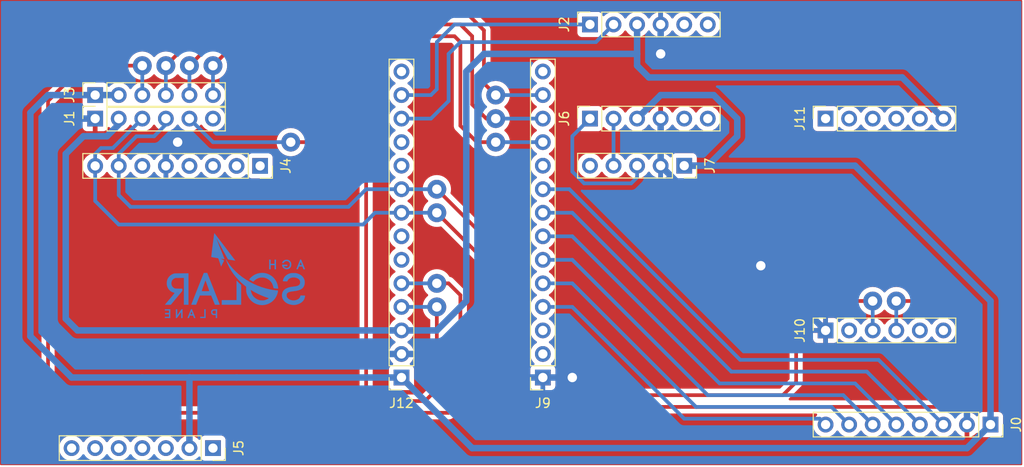
<source format=kicad_pcb>
(kicad_pcb (version 20211014) (generator pcbnew)
  (layers (0 "F.Cu" signal) (31 "B.Cu" signal) (34 "B.Paste" user) (35 "F.Paste" user) (36 "B.SilkS" user "B.Silkscreen") (37 "F.SilkS" user "F.Silkscreen") (38 "B.Mask" user) (39 "F.Mask" user) (44 "Edge.Cuts" user))
  (net 0 "")
  (net 17 "/5V")
  (net 18 "/GND")
  (net 19 "/P7")
  (net 20 "/P6")
  (net 21 "/P5")
  (net 22 "/P4")
  (net 23 "/P3")
  (net 24 "/P2")
  (net 25 "/P14")
  (net 26 "/P15")
  (net 27 "/3V3")
  (net 28 "/SDA")
  (net 29 "/SCL")
  (net 30 "/CON1")
  (net 31 "/CON2")
  (net 37 "/P8")
  (net 50 "/P9")
  (net 51 "/P10")
  (net 52 "/P11")
  (net 53 "/P23")
  (net 54 "/P22")
  (footprint "Connector_PinSocket_2.54mm:PinSocket_1x06_P2.54mm_Vertical" (layer "F.Cu") (at 63.5 2.54 90)
    (fp_text reference "J2")
    (fp_text value "CONV1")
  )
  (footprint "Connector_PinSocket_2.54mm:PinSocket_1x14_P2.54mm_Vertical" (layer "F.Cu") (at 58.42 40.64 180)
    (fp_text reference "J9")
    (fp_text value "TEENSY1")
  )
  (footprint "Connector_PinSocket_2.54mm:PinSocket_1x06_P2.54mm_Vertical" (layer "F.Cu") (at 88.9 12.7 90)
    (fp_text reference "J11")
    (fp_text value "IMU2")
  )
  (footprint "Connector_PinSocket_2.54mm:PinSocket_1x14_P2.54mm_Vertical" (layer "F.Cu") (at 43.18 40.64 180)
    (fp_text reference "J12")
    (fp_text value "TEENSY2")
  )
  (footprint "Connector_PinSocket_2.54mm:PinSocket_1x06_P2.54mm_Vertical" (layer "F.Cu") (at 10.16 12.7 90)
    (fp_text reference "J1")
    (fp_text value "OUT1")
  )
  (footprint "Connector_PinSocket_2.54mm:PinSocket_1x08_P2.54mm_Vertical" (layer "F.Cu") (at 106.68 45.72 -90)
    (fp_text reference "J0")
    (fp_text value "RC")
  )
  (footprint "Connector_PinSocket_2.54mm:PinSocket_1x05_P2.54mm_Vertical" (layer "F.Cu") (at 73.66 17.78 -90)
    (fp_text reference "J7")
    (fp_text value "HC12")
  )
  (footprint "Connector_PinSocket_2.54mm:PinSocket_1x06_P2.54mm_Vertical" (layer "F.Cu") (at 10.16 10.16 90)
    (fp_text reference "J3")
    (fp_text value "OUT2")
  )
  (footprint "Connector_PinSocket_2.54mm:PinSocket_1x07_P2.54mm_Vertical" (layer "F.Cu") (at 22.86 48.26 -90)
    (fp_text reference "J5")
    (fp_text value "GPS2")
  )
  (footprint "Connector_PinSocket_2.54mm:PinSocket_1x08_P2.54mm_Vertical" (layer "F.Cu") (at 27.94 17.805 -90)
    (fp_text reference "J4")
    (fp_text value "GPS1")
  )
  (footprint "Connector_PinSocket_2.54mm:PinSocket_1x06_P2.54mm_Vertical" (layer "F.Cu") (at 88.9 35.56 90)
    (fp_text reference "J10")
    (fp_text value "IMU1")
  )
  (footprint "Connector_PinSocket_2.54mm:PinSocket_1x06_P2.54mm_Vertical" (layer "F.Cu") (at 63.5 12.7 90)
    (fp_text reference "J6")
    (fp_text value "CONV2")
  )
  (footprint "Logo:LogoSolar_15x9" (layer "F.Cu") (at 25.146 29.718)
    (fp_text reference "Ge" hide)
    (fp_text value "LOGO" hide)
  )
  (gr_rect (start 0 0) (end 110 50) (layer "F.Cu") (width 0.2) (fill none))
  (gr_text "JAN KOSTECKI" (at 9.398 2.794) (layer "F.Cu") (effects (font (size 1.5 1.5) (thickness 0.3))))
  (gr_text "DODO" (at 102.362 3.81) (layer "F.Cu") (effects (font (size 3 3) (thickness 0.5))))
  (segment (start 106.68 45.72) (end 104.14 48.26) (width 0.7) (layer "B.Cu") (net 17))
  (segment (start 68.58 12.7) (end 71.12 10.16) (width 0.7) (layer "B.Cu") (net 17))
  (segment (start 79.375 14.605) (end 76.2 17.78) (width 0.7) (layer "B.Cu") (net 17))
  (segment (start 79.375 12.7) (end 79.375 14.605) (width 0.7) (layer "B.Cu") (net 17))
  (segment (start 71.12 10.16) (end 76.835 10.16) (width 0.7) (layer "B.Cu") (net 17))
  (segment (start 15.24 40.64) (end 20.32 40.64) (width 0.7) (layer "B.Cu") (net 17))
  (segment (start 20.32 48.26) (end 20.32 40.64) (width 0.7) (layer "B.Cu") (net 17))
  (segment (start 73.66 17.78) (end 92.075 17.78) (width 0.7) (layer "B.Cu") (net 17))
  (segment (start 50.8 48.26) (end 43.18 40.64) (width 0.7) (layer "B.Cu") (net 17))
  (segment (start 92.075 17.78) (end 106.68 32.385) (width 0.7) (layer "B.Cu") (net 17))
  (segment (start 5.08 10.16) (end 3.175 12.065) (width 0.7) (layer "B.Cu") (net 17))
  (segment (start 10.16 10.16) (end 12.7 10.16) (width 0.7) (layer "B.Cu") (net 17))
  (segment (start 7.62 40.64) (end 15.24 40.64) (width 0.7) (layer "B.Cu") (net 17))
  (segment (start 104.14 48.26) (end 50.8 48.26) (width 0.7) (layer "B.Cu") (net 17))
  (segment (start 25.4 40.64) (end 43.18 40.64) (width 0.7) (layer "B.Cu") (net 17))
  (segment (start 106.68 32.385) (end 106.68 45.72) (width 0.7) (layer "B.Cu") (net 17))
  (segment (start 20.32 40.64) (end 25.4 40.64) (width 0.7) (layer "B.Cu") (net 17))
  (segment (start 3.175 12.065) (end 3.175 36.195) (width 0.7) (layer "B.Cu") (net 17))
  (segment (start 3.175 36.195) (end 7.62 40.64) (width 0.7) (layer "B.Cu") (net 17))
  (segment (start 76.835 10.16) (end 79.375 12.7) (width 0.7) (layer "B.Cu") (net 17))
  (segment (start 10.16 10.16) (end 5.08 10.16) (width 0.7) (layer "B.Cu") (net 17))
  (segment (start 76.2 17.78) (end 73.66 17.78) (width 0.7) (layer "B.Cu") (net 17))
  (segment (start 81.915 38.1) (end 79.375 40.64) (width 0.7) (layer "F.Cu") (net 18))
  (segment (start 81.915 8.255) (end 81.915 38.1) (width 0.7) (layer "F.Cu") (net 18))
  (segment (start 46.355 5.715) (end 47.625 6.985) (width 0.7) (layer "F.Cu") (net 18))
  (segment (start 79.375 40.64) (end 61.595 40.64) (width 0.7) (layer "F.Cu") (net 18))
  (segment (start 48.895 18.415) (end 55.245 18.415) (width 0.7) (layer "F.Cu") (net 18))
  (segment (start 79.375 5.715) (end 81.915 8.255) (width 0.7) (layer "F.Cu") (net 18))
  (segment (start 55.88 6.35) (end 56.515 5.715) (width 0.7) (layer "F.Cu") (net 18))
  (segment (start 26.67 6.985) (end 27.94 5.715) (width 0.7) (layer "F.Cu") (net 18))
  (segment (start 55.88 17.78) (end 55.88 6.35) (width 0.7) (layer "F.Cu") (net 18))
  (segment (start 19.05 15.24) (end 25.4 15.24) (width 0.7) (layer "F.Cu") (net 18))
  (segment (start 56.515 5.715) (end 71.12 5.715) (width 0.7) (layer "F.Cu") (net 18))
  (segment (start 55.245 18.415) (end 55.88 17.78) (width 0.7) (layer "F.Cu") (net 18))
  (segment (start 25.4 15.24) (end 26.67 13.97) (width 0.7) (layer "F.Cu") (net 18))
  (segment (start 47.625 6.985) (end 47.625 17.145) (width 0.7) (layer "F.Cu") (net 18))
  (segment (start 27.94 5.715) (end 46.355 5.715) (width 0.7) (layer "F.Cu") (net 18))
  (segment (start 47.625 17.145) (end 48.895 18.415) (width 0.7) (layer "F.Cu") (net 18))
  (segment (start 26.67 13.97) (end 26.67 6.985) (width 0.7) (layer "F.Cu") (net 18))
  (segment (start 71.12 5.715) (end 79.375 5.715) (width 0.7) (layer "F.Cu") (net 18))
  (via (at 61.595 40.64) (size 2.032) (drill 1.016) (layers "F.Cu" "B.Cu") (net 18))
  (via (at 71.12 5.715) (size 2.032) (drill 1.016) (layers "F.Cu" "B.Cu") (net 18))
  (via (at 19.05 15.24) (size 2.032) (drill 1.016) (layers "F.Cu" "B.Cu") (net 18))
  (via (at 81.915 28.575) (size 2.032) (drill 1.016) (layers "F.Cu" "B.Cu") (net 18))
  (segment (start 104.14 34.925) (end 104.14 45.72) (width 0.7) (layer "B.Cu") (net 18))
  (segment (start 5.08 14.605) (end 5.08 35.56) (width 0.7) (layer "B.Cu") (net 18))
  (segment (start 50.165 40.64) (end 47.625 38.1) (width 0.7) (layer "B.Cu") (net 18))
  (segment (start 10.16 12.7) (end 6.985 12.7) (width 0.7) (layer "B.Cu") (net 18))
  (segment (start 58.42 40.64) (end 61.595 40.64) (width 0.7) (layer "B.Cu") (net 18))
  (segment (start 19.05 15.24) (end 17.78 16.51) (width 0.7) (layer "B.Cu") (net 18))
  (segment (start 6.985 12.7) (end 5.08 14.605) (width 0.7) (layer "B.Cu") (net 18))
  (segment (start 58.42 40.64) (end 50.165 40.64) (width 0.7) (layer "B.Cu") (net 18))
  (segment (start 81.915 28.575) (end 83.185 29.845) (width 0.7) (layer "B.Cu") (net 18))
  (segment (start 71.12 17.78) (end 77.1525 23.8125) (width 0.7) (layer "B.Cu") (net 18))
  (segment (start 99.06 29.845) (end 104.14 34.925) (width 0.7) (layer "B.Cu") (net 18))
  (segment (start 47.625 38.1) (end 43.18 38.1) (width 0.7) (layer "B.Cu") (net 18))
  (segment (start 83.185 29.845) (end 88.9 35.56) (width 0.7) (layer "B.Cu") (net 18))
  (segment (start 77.1525 23.8125) (end 81.915 28.575) (width 0.7) (layer "B.Cu") (net 18))
  (segment (start 17.78 16.51) (end 17.78 17.805) (width 0.7) (layer "B.Cu") (net 18))
  (segment (start 7.62 38.1) (end 43.18 38.1) (width 0.7) (layer "B.Cu") (net 18))
  (segment (start 5.08 35.56) (end 7.62 38.1) (width 0.7) (layer "B.Cu") (net 18))
  (segment (start 99.06 29.845) (end 83.185 29.845) (width 0.7) (layer "B.Cu") (net 18))
  (segment (start 71.12 17.78) (end 71.12 12.7) (width 0.7) (layer "B.Cu") (net 18))
  (segment (start 71.12 5.715) (end 71.12 2.54) (width 0.7) (layer "B.Cu") (net 18))
  (segment (start 79.6925 38.735) (end 94.615 38.735) (width 0.4) (layer "B.Cu") (net 19))
  (segment (start 58.42 20.32) (end 61.2775 20.32) (width 0.4) (layer "B.Cu") (net 19))
  (segment (start 61.2775 20.32) (end 79.6925 38.735) (width 0.4) (layer "B.Cu") (net 19))
  (segment (start 94.615 38.735) (end 101.6 45.72) (width 0.4) (layer "B.Cu") (net 19))
  (segment (start 99.06 45.72) (end 93.345 40.005) (width 0.4) (layer "B.Cu") (net 20))
  (segment (start 78.74 40.005) (end 61.595 22.86) (width 0.4) (layer "B.Cu") (net 20))
  (segment (start 61.595 22.86) (end 58.42 22.86) (width 0.4) (layer "B.Cu") (net 20))
  (segment (start 93.345 40.005) (end 78.74 40.005) (width 0.4) (layer "B.Cu") (net 20))
  (segment (start 77.47 41.275) (end 92.075 41.275) (width 0.4) (layer "B.Cu") (net 21))
  (segment (start 92.075 41.275) (end 96.52 45.72) (width 0.4) (layer "B.Cu") (net 21))
  (segment (start 58.42 25.4) (end 61.595 25.4) (width 0.4) (layer "B.Cu") (net 21))
  (segment (start 61.595 25.4) (end 77.47 41.275) (width 0.4) (layer "B.Cu") (net 21))
  (segment (start 76.2 42.545) (end 61.595 27.94) (width 0.4) (layer "B.Cu") (net 22))
  (segment (start 90.805 42.545) (end 76.2 42.545) (width 0.4) (layer "B.Cu") (net 22))
  (segment (start 93.98 45.72) (end 90.805 42.545) (width 0.4) (layer "B.Cu") (net 22))
  (segment (start 61.595 27.94) (end 58.42 27.94) (width 0.4) (layer "B.Cu") (net 22))
  (segment (start 91.44 45.72) (end 89.535 43.815) (width 0.4) (layer "B.Cu") (net 23))
  (segment (start 74.93 43.815) (end 61.595 30.48) (width 0.4) (layer "B.Cu") (net 23))
  (segment (start 89.535 43.815) (end 74.93 43.815) (width 0.4) (layer "B.Cu") (net 23))
  (segment (start 61.595 30.48) (end 58.42 30.48) (width 0.4) (layer "B.Cu") (net 23))
  (segment (start 88.265 45.085) (end 73.66 45.085) (width 0.4) (layer "B.Cu") (net 24))
  (segment (start 61.595 33.02) (end 58.42 33.02) (width 0.4) (layer "B.Cu") (net 24))
  (segment (start 88.9 45.72) (end 88.265 45.085) (width 0.4) (layer "B.Cu") (net 24))
  (segment (start 73.66 45.085) (end 61.595 33.02) (width 0.4) (layer "B.Cu") (net 24))
  (segment (start 48.895 2.54) (end 63.5 2.54) (width 0.4) (layer "B.Cu") (net 25))
  (segment (start 43.18 10.16) (end 46.355 10.16) (width 0.4) (layer "B.Cu") (net 25))
  (segment (start 46.99 4.445) (end 48.895 2.54) (width 0.4) (layer "B.Cu") (net 25))
  (segment (start 46.99 9.525) (end 46.99 4.445) (width 0.4) (layer "B.Cu") (net 25))
  (segment (start 46.355 10.16) (end 46.99 9.525) (width 0.4) (layer "B.Cu") (net 25))
  (segment (start 46.355 12.7) (end 48.26 10.795) (width 0.4) (layer "B.Cu") (net 26))
  (segment (start 48.26 5.715) (end 49.53 4.445) (width 0.4) (layer "B.Cu") (net 26))
  (segment (start 43.18 12.7) (end 46.355 12.7) (width 0.4) (layer "B.Cu") (net 26))
  (segment (start 64.135 4.445) (end 66.04 2.54) (width 0.4) (layer "B.Cu") (net 26))
  (segment (start 49.53 4.445) (end 64.135 4.445) (width 0.4) (layer "B.Cu") (net 26))
  (segment (start 48.26 10.795) (end 48.26 5.715) (width 0.4) (layer "B.Cu") (net 26))
  (segment (start 11.43 14.605) (end 8.89 14.605) (width 0.7) (layer "B.Cu") (net 27))
  (segment (start 50.165 32.385) (end 50.165 7.62) (width 0.7) (layer "B.Cu") (net 27))
  (segment (start 50.165 7.62) (end 52.07 5.715) (width 0.7) (layer "B.Cu") (net 27))
  (segment (start 6.985 16.51) (end 6.985 34.29) (width 0.7) (layer "B.Cu") (net 27))
  (segment (start 68.58 2.54) (end 68.58 5.715) (width 0.7) (layer "B.Cu") (net 27))
  (segment (start 43.18 35.56) (end 46.99 35.56) (width 0.7) (layer "B.Cu") (net 27))
  (segment (start 8.89 14.605) (end 6.985 16.51) (width 0.7) (layer "B.Cu") (net 27))
  (segment (start 97.155 8.255) (end 101.6 12.7) (width 0.7) (layer "B.Cu") (net 27))
  (segment (start 12.7 13.335) (end 11.43 14.605) (width 0.7) (layer "B.Cu") (net 27))
  (segment (start 68.58 6.985) (end 69.85 8.255) (width 0.7) (layer "B.Cu") (net 27))
  (segment (start 68.58 5.715) (end 68.58 6.985) (width 0.7) (layer "B.Cu") (net 27))
  (segment (start 12.7 12.7) (end 12.7 13.335) (width 0.7) (layer "B.Cu") (net 27))
  (segment (start 69.85 8.255) (end 97.155 8.255) (width 0.7) (layer "B.Cu") (net 27))
  (segment (start 8.255 35.56) (end 43.18 35.56) (width 0.7) (layer "B.Cu") (net 27))
  (segment (start 6.985 34.29) (end 8.255 35.56) (width 0.7) (layer "B.Cu") (net 27))
  (segment (start 46.99 35.56) (end 50.165 32.385) (width 0.7) (layer "B.Cu") (net 27))
  (segment (start 52.07 5.715) (end 68.58 5.715) (width 0.7) (layer "B.Cu") (net 27))
  (segment (start 86.995 32.385) (end 93.98 32.385) (width 0.4) (layer "F.Cu") (net 28))
  (segment (start 46.99 20.32) (end 53.34 26.67) (width 0.4) (layer "F.Cu") (net 28))
  (segment (start 85.725 41.11625) (end 85.725 33.655) (width 0.4) (layer "F.Cu") (net 28))
  (segment (start 53.34 26.67) (end 53.34 39.37) (width 0.4) (layer "F.Cu") (net 28))
  (segment (start 84.29625 42.545) (end 85.725 41.11625) (width 0.4) (layer "F.Cu") (net 28))
  (segment (start 53.34 39.37) (end 56.515 42.545) (width 0.4) (layer "F.Cu") (net 28))
  (segment (start 85.725 33.655) (end 86.995 32.385) (width 0.4) (layer "F.Cu") (net 28))
  (segment (start 56.515 42.545) (end 84.29625 42.545) (width 0.4) (layer "F.Cu") (net 28))
  (via (at 46.99 20.32) (size 2.032) (drill 1.016) (layers "F.Cu" "B.Cu") (net 28))
  (via (at 93.98 32.385) (size 2.032) (drill 1.016) (layers "F.Cu" "B.Cu") (net 28))
  (segment (start 12.7 17.805) (end 12.7 16.51) (width 0.4) (layer "B.Cu") (net 28))
  (segment (start 12.7 17.805) (end 12.7 20.955) (width 0.4) (layer "B.Cu") (net 28))
  (segment (start 37.465 22.225) (end 39.37 20.32) (width 0.4) (layer "B.Cu") (net 28))
  (segment (start 39.37 20.32) (end 43.18 20.32) (width 0.4) (layer "B.Cu") (net 28))
  (segment (start 12.7 16.51) (end 14.605 14.605) (width 0.4) (layer "B.Cu") (net 28))
  (segment (start 43.18 20.32) (end 46.99 20.32) (width 0.4) (layer "B.Cu") (net 28))
  (segment (start 16.51 14.605) (end 17.78 13.335) (width 0.4) (layer "B.Cu") (net 28))
  (segment (start 93.98 32.385) (end 93.98 35.56) (width 0.4) (layer "B.Cu") (net 28))
  (segment (start 17.78 13.335) (end 17.78 12.7) (width 0.4) (layer "B.Cu") (net 28))
  (segment (start 14.605 14.605) (end 16.51 14.605) (width 0.4) (layer "B.Cu") (net 28))
  (segment (start 12.7 20.955) (end 13.97 22.225) (width 0.4) (layer "B.Cu") (net 28))
  (segment (start 13.97 22.225) (end 37.465 22.225) (width 0.4) (layer "B.Cu") (net 28))
  (segment (start 104.775 42.545) (end 103.505 43.815) (width 0.4) (layer "F.Cu") (net 29))
  (segment (start 103.505 32.385) (end 104.775 33.655) (width 0.4) (layer "F.Cu") (net 29))
  (segment (start 103.505 43.815) (end 55.88 43.815) (width 0.4) (layer "F.Cu") (net 29))
  (segment (start 104.775 33.655) (end 104.775 42.545) (width 0.4) (layer "F.Cu") (net 29))
  (segment (start 55.88 43.815) (end 52.07 40.005) (width 0.4) (layer "F.Cu") (net 29))
  (segment (start 52.07 40.005) (end 52.07 27.94) (width 0.4) (layer "F.Cu") (net 29))
  (segment (start 52.07 27.94) (end 46.99 22.86) (width 0.4) (layer "F.Cu") (net 29))
  (segment (start 96.52 32.385) (end 103.505 32.385) (width 0.4) (layer "F.Cu") (net 29))
  (via (at 96.52 32.385) (size 2.032) (drill 1.016) (layers "F.Cu" "B.Cu") (net 29))
  (via (at 46.99 22.86) (size 2.032) (drill 1.016) (layers "F.Cu" "B.Cu") (net 29))
  (segment (start 96.52 32.385) (end 96.52 35.56) (width 0.4) (layer "B.Cu") (net 29))
  (segment (start 39.0525 24.13) (end 40.3225 22.86) (width 0.4) (layer "B.Cu") (net 29))
  (segment (start 10.16 16.51) (end 10.795 15.875) (width 0.4) (layer "B.Cu") (net 29))
  (segment (start 10.16 17.805) (end 10.16 21.59) (width 0.4) (layer "B.Cu") (net 29))
  (segment (start 12.065 15.875) (end 15.24 12.7) (width 0.4) (layer "B.Cu") (net 29))
  (segment (start 10.16 21.59) (end 12.7 24.13) (width 0.4) (layer "B.Cu") (net 29))
  (segment (start 40.3225 22.86) (end 43.18 22.86) (width 0.4) (layer "B.Cu") (net 29))
  (segment (start 10.795 15.875) (end 12.065 15.875) (width 0.4) (layer "B.Cu") (net 29))
  (segment (start 43.18 22.86) (end 46.99 22.86) (width 0.4) (layer "B.Cu") (net 29))
  (segment (start 10.16 17.805) (end 10.16 16.51) (width 0.4) (layer "B.Cu") (net 29))
  (segment (start 12.7 24.13) (end 39.0525 24.13) (width 0.4) (layer "B.Cu") (net 29))
  (segment (start 61.595 18.415) (end 62.865 19.685) (width 0.4) (layer "B.Cu") (net 30))
  (segment (start 67.945 19.685) (end 68.58 19.05) (width 0.4) (layer "B.Cu") (net 30))
  (segment (start 68.58 19.05) (end 68.58 17.78) (width 0.4) (layer "B.Cu") (net 30))
  (segment (start 62.865 19.685) (end 67.945 19.685) (width 0.4) (layer "B.Cu") (net 30))
  (segment (start 63.5 12.7) (end 61.595 14.605) (width 0.4) (layer "B.Cu") (net 30))
  (segment (start 61.595 14.605) (end 61.595 18.415) (width 0.4) (layer "B.Cu") (net 30))
  (segment (start 66.04 12.7) (end 66.04 17.78) (width 0.4) (layer "B.Cu") (net 31))
  (segment (start 22.86 6.985) (end 26.035 3.81) (width 0.4) (layer "F.Cu") (net 50))
  (segment (start 51.308 15.24) (end 53.34 15.24) (width 0.4) (layer "F.Cu") (net 50))
  (segment (start 49.53 4.445) (end 49.53 13.462) (width 0.4) (layer "F.Cu") (net 50))
  (segment (start 26.035 3.81) (end 48.895 3.81) (width 0.4) (layer "F.Cu") (net 50))
  (segment (start 48.895 3.81) (end 49.53 4.445) (width 0.4) (layer "F.Cu") (net 50))
  (segment (start 49.53 13.462) (end 51.308 15.24) (width 0.4) (layer "F.Cu") (net 50))
  (via (at 22.86 6.985) (size 2.032) (drill 1.016) (layers "F.Cu" "B.Cu") (net 50))
  (via (at 53.34 15.24) (size 2.032) (drill 1.016) (layers "F.Cu" "B.Cu") (net 50))
  (segment (start 58.42 15.24) (end 53.34 15.24) (width 0.4) (layer "B.Cu") (net 50))
  (segment (start 22.86 6.985) (end 22.86 10.16) (width 0.4) (layer "B.Cu") (net 50))
  (segment (start 49.53 2.54) (end 24.765 2.54) (width 0.4) (layer "F.Cu") (net 51))
  (segment (start 52.324 12.7) (end 50.8 11.176) (width 0.4) (layer "F.Cu") (net 51))
  (segment (start 50.8 11.176) (end 50.8 3.81) (width 0.4) (layer "F.Cu") (net 51))
  (segment (start 53.34 12.7) (end 52.324 12.7) (width 0.4) (layer "F.Cu") (net 51))
  (segment (start 24.765 2.54) (end 20.32 6.985) (width 0.4) (layer "F.Cu") (net 51))
  (segment (start 50.8 3.81) (end 49.53 2.54) (width 0.4) (layer "F.Cu") (net 51))
  (via (at 20.32 6.985) (size 2.032) (drill 1.016) (layers "F.Cu" "B.Cu") (net 51))
  (via (at 53.34 12.7) (size 2.032) (drill 1.016) (layers "F.Cu" "B.Cu") (net 51))
  (segment (start 53.34 12.7) (end 58.42 12.7) (width 0.4) (layer "B.Cu") (net 51))
  (segment (start 20.32 6.985) (end 20.32 10.16) (width 0.4) (layer "B.Cu") (net 51))
  (segment (start 23.495 1.27) (end 17.78 6.985) (width 0.4) (layer "F.Cu") (net 52))
  (segment (start 52.07 8.89) (end 52.07 3.175) (width 0.4) (layer "F.Cu") (net 52))
  (segment (start 52.07 3.175) (end 50.165 1.27) (width 0.4) (layer "F.Cu") (net 52))
  (segment (start 50.165 1.27) (end 23.495 1.27) (width 0.4) (layer "F.Cu") (net 52))
  (segment (start 53.34 10.16) (end 52.07 8.89) (width 0.4) (layer "F.Cu") (net 52))
  (via (at 17.78 6.985) (size 2.032) (drill 1.016) (layers "F.Cu" "B.Cu") (net 52))
  (via (at 53.34 10.16) (size 2.032) (drill 1.016) (layers "F.Cu" "B.Cu") (net 52))
  (segment (start 53.34 10.16) (end 58.42 10.16) (width 0.4) (layer "B.Cu") (net 52))
  (segment (start 17.78 6.985) (end 17.78 10.16) (width 0.4) (layer "B.Cu") (net 52))
  (segment (start 40.64 43.18) (end 45.72 43.18) (width 0.4) (layer "F.Cu") (net 53))
  (segment (start 39.37 17.78) (end 39.37 41.91) (width 0.4) (layer "F.Cu") (net 53))
  (segment (start 36.83 15.24) (end 39.37 17.78) (width 0.4) (layer "F.Cu") (net 53))
  (segment (start 46.99 41.91) (end 46.99 33.02) (width 0.4) (layer "F.Cu") (net 53))
  (segment (start 45.72 43.18) (end 46.99 41.91) (width 0.4) (layer "F.Cu") (net 53))
  (segment (start 39.37 41.91) (end 40.64 43.18) (width 0.4) (layer "F.Cu") (net 53))
  (segment (start 31.242 15.24) (end 36.83 15.24) (width 0.4) (layer "F.Cu") (net 53))
  (via (at 46.99 33.02) (size 2.032) (drill 1.016) (layers "F.Cu" "B.Cu") (net 53))
  (via (at 31.242 15.24) (size 2.032) (drill 1.016) (layers "F.Cu" "B.Cu") (net 53))
  (segment (start 46.99 33.02) (end 43.18 33.02) (width 0.4) (layer "B.Cu") (net 53))
  (segment (start 31.242 15.24) (end 22.86 15.24) (width 0.4) (layer "B.Cu") (net 53))
  (segment (start 22.86 15.24) (end 20.32 12.7) (width 0.4) (layer "B.Cu") (net 53))
  (segment (start 48.26 30.48) (end 49.53 31.75) (width 0.4) (layer "F.Cu") (net 54))
  (segment (start 5.08 10.795) (end 8.89 6.985) (width 0.4) (layer "F.Cu") (net 54))
  (segment (start 5.08 41.91) (end 5.08 10.795) (width 0.4) (layer "F.Cu") (net 54))
  (segment (start 7.62 44.45) (end 5.08 41.91) (width 0.4) (layer "F.Cu") (net 54))
  (segment (start 46.99 30.48) (end 48.26 30.48) (width 0.4) (layer "F.Cu") (net 54))
  (segment (start 8.89 6.985) (end 15.24 6.985) (width 0.4) (layer "F.Cu") (net 54))
  (segment (start 49.53 31.75) (end 49.53 43.18) (width 0.4) (layer "F.Cu") (net 54))
  (segment (start 49.53 43.18) (end 48.26 44.45) (width 0.4) (layer "F.Cu") (net 54))
  (segment (start 48.26 44.45) (end 7.62 44.45) (width 0.4) (layer "F.Cu") (net 54))
  (via (at 46.99 30.48) (size 2.032) (drill 1.016) (layers "F.Cu" "B.Cu") (net 54))
  (via (at 15.24 6.985) (size 2.032) (drill 1.016) (layers "F.Cu" "B.Cu") (net 54))
  (segment (start 15.24 6.985) (end 15.24 10.16) (width 0.4) (layer "B.Cu") (net 54))
  (segment (start 43.18 30.48) (end 46.99 30.48) (width 0.4) (layer "B.Cu") (net 54))
  (zone (net 18) (net_name "/GND") (layers F&B.Cu) (connect_pads (clearance 0.508)) (min_thickness 0.254) (fill yes (thermal_gap 0.508) (thermal_bridge_width 0.508))
    (polygon (pts (xy 110 50) (xy 0 50) (xy 0 0) (xy 110 0)))
  )
)
</source>
